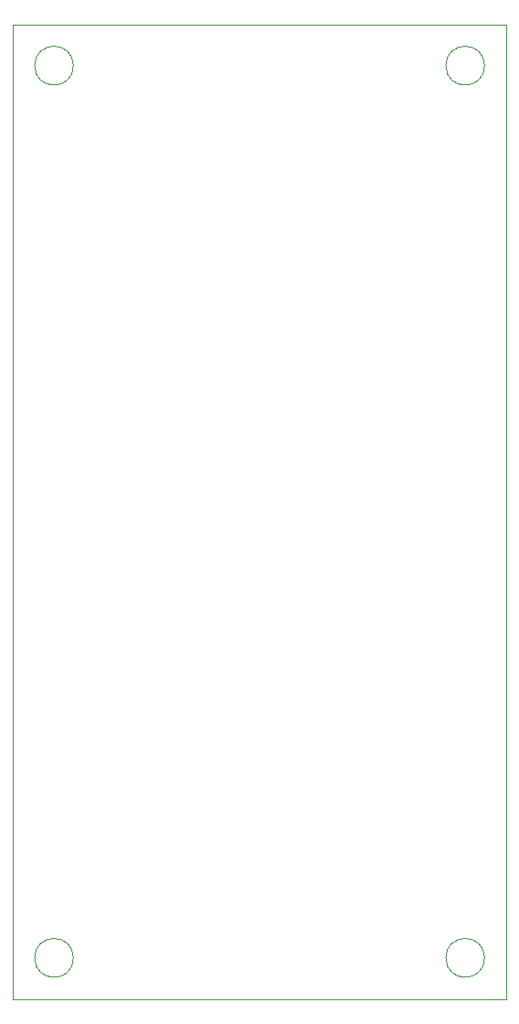
<source format=gbr>
G04 #@! TF.GenerationSoftware,KiCad,Pcbnew,(5.1.6-0)*
G04 #@! TF.CreationDate,2021-01-26T11:22:00+01:00*
G04 #@! TF.ProjectId,BAL,42414c2e-6b69-4636-9164-5f7063625858,rev?*
G04 #@! TF.SameCoordinates,PX70a3730PY8670810*
G04 #@! TF.FileFunction,Profile,NP*
%FSLAX46Y46*%
G04 Gerber Fmt 4.6, Leading zero omitted, Abs format (unit mm)*
G04 Created by KiCad (PCBNEW (5.1.6-0)) date 2021-01-26 11:22:00*
%MOMM*%
%LPD*%
G01*
G04 APERTURE LIST*
G04 #@! TA.AperFunction,Profile*
%ADD10C,0.050000*%
G04 #@! TD*
G04 #@! TA.AperFunction,Profile*
%ADD11C,0.100000*%
G04 #@! TD*
G04 APERTURE END LIST*
D10*
X43706051Y86360000D02*
G75*
G03*
X43706051Y86360000I-1796051J0D01*
G01*
X43706051Y3810000D02*
G75*
G03*
X43706051Y3810000I-1796051J0D01*
G01*
X5606051Y3810000D02*
G75*
G03*
X5606051Y3810000I-1796051J0D01*
G01*
X5606051Y86360000D02*
G75*
G03*
X5606051Y86360000I-1796051J0D01*
G01*
D11*
X45720000Y90170000D02*
X45720000Y0D01*
X0Y90170000D02*
X45720000Y90170000D01*
X0Y0D02*
X0Y90170000D01*
X45720000Y0D02*
X0Y0D01*
M02*

</source>
